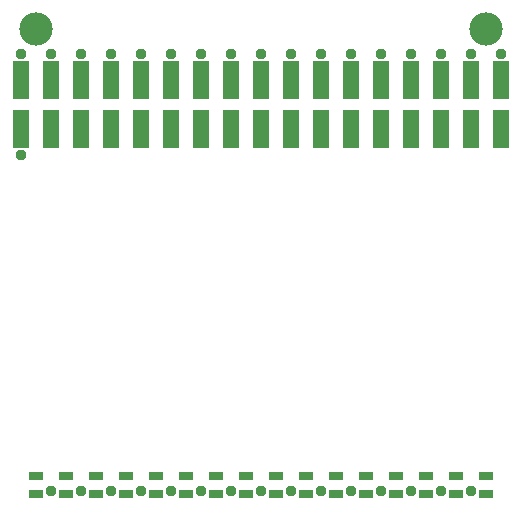
<source format=gbr>
G04 DesignSpark PCB Gerber Version 10.0 Build 5299*
%FSLAX35Y35*%
%MOIN*%
%ADD115R,0.05600X0.13120*%
%ADD114R,0.04537X0.02569*%
%ADD113C,0.03750*%
%ADD116C,0.11112*%
X0Y0D02*
D02*
D113*
X30250Y124000D03*
Y157750D03*
X40250Y12000D03*
Y157750D03*
X50250Y12000D03*
Y157750D03*
X60250Y12000D03*
Y157750D03*
X70250Y12000D03*
Y157750D03*
X80250Y12000D03*
Y157750D03*
X90250Y12000D03*
Y157750D03*
X100250Y12000D03*
Y157750D03*
X110250Y12000D03*
Y157750D03*
X120250Y12000D03*
Y157750D03*
X130250Y12000D03*
Y157750D03*
X140250Y12000D03*
Y157750D03*
X150250Y12000D03*
Y157750D03*
X160250Y12000D03*
Y157750D03*
X170250Y12000D03*
Y157750D03*
X180250Y12000D03*
Y157750D03*
X190250D03*
D02*
D114*
X35247Y11044D03*
Y16950D03*
X45247Y11044D03*
Y16950D03*
X55247Y11044D03*
Y16950D03*
X65247Y11044D03*
Y16950D03*
X75247Y11044D03*
Y16950D03*
X85247Y11044D03*
Y16950D03*
X95247Y11044D03*
Y16950D03*
X105247Y11044D03*
Y16950D03*
X115247Y11044D03*
Y16950D03*
X125247Y11044D03*
Y16950D03*
X135247Y11044D03*
Y16950D03*
X145247Y11044D03*
Y16950D03*
X155247Y11044D03*
Y16950D03*
X165247Y11044D03*
Y16950D03*
X175247Y11044D03*
Y16950D03*
X185247Y11044D03*
Y16950D03*
D02*
D115*
X30250Y132689D03*
Y149185D03*
X40250Y132689D03*
Y149185D03*
X50250Y132689D03*
Y149185D03*
X60250Y132689D03*
Y149185D03*
X70250Y132689D03*
Y149185D03*
X80250Y132689D03*
Y149185D03*
X90250Y132689D03*
Y149185D03*
X100250Y132689D03*
Y149185D03*
X110250Y132689D03*
Y149185D03*
X120250Y132689D03*
Y149185D03*
X130250Y132689D03*
Y149185D03*
X140250Y132689D03*
Y149185D03*
X150250Y132689D03*
Y149185D03*
X160250Y132689D03*
Y149185D03*
X170250Y132689D03*
Y149185D03*
X180250Y132689D03*
Y149185D03*
X190250Y132689D03*
Y149185D03*
D02*
D116*
X35250Y166134D03*
X185250D03*
X0Y0D02*
M02*

</source>
